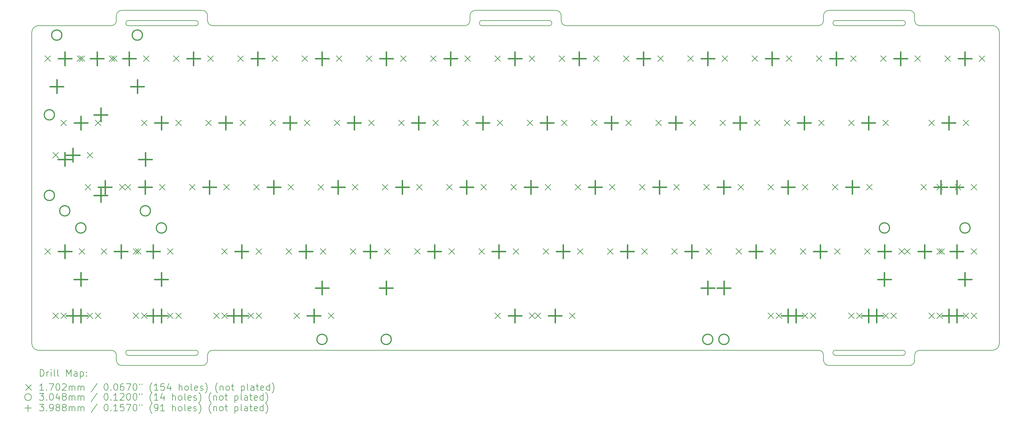
<source format=gbr>
%TF.GenerationSoftware,KiCad,Pcbnew,(6.0.9)*%
%TF.CreationDate,2023-03-21T17:12:44-04:00*%
%TF.ProjectId,nue-pcb,6e75652d-7063-4622-9e6b-696361645f70,0.1*%
%TF.SameCoordinates,Original*%
%TF.FileFunction,Drillmap*%
%TF.FilePolarity,Positive*%
%FSLAX45Y45*%
G04 Gerber Fmt 4.5, Leading zero omitted, Abs format (unit mm)*
G04 Created by KiCad (PCBNEW (6.0.9)) date 2023-03-21 17:12:44*
%MOMM*%
%LPD*%
G01*
G04 APERTURE LIST*
%ADD10C,0.200000*%
%ADD11C,0.170180*%
%ADD12C,0.304800*%
%ADD13C,0.398780*%
G04 APERTURE END LIST*
D10*
X8186250Y-15598775D02*
X10586250Y-15598775D01*
X18363750Y-5528770D02*
G75*
G03*
X18513750Y-5378775I0J150000D01*
G01*
X10386250Y-5378775D02*
X8386250Y-5378775D01*
X5528750Y-5728775D02*
X5528750Y-14948775D01*
X18663750Y-5078780D02*
G75*
G03*
X18513750Y-5228775I0J-150000D01*
G01*
X21063750Y-5078775D02*
X18663750Y-5078775D01*
X8036250Y-5228775D02*
X8036250Y-5378775D01*
X7886250Y-5528775D02*
X5728750Y-5528775D01*
X8386250Y-15298775D02*
X10386250Y-15298775D01*
X18863750Y-5378785D02*
G75*
G03*
X18863750Y-5528775I0J-74995D01*
G01*
X31341250Y-5528785D02*
G75*
G03*
X31341250Y-5378775I0J75005D01*
G01*
X10886250Y-15148775D02*
X28841250Y-15148775D01*
X31841250Y-15148780D02*
G75*
G03*
X31691250Y-15298775I0J-150000D01*
G01*
X10586250Y-5078775D02*
X8186250Y-5078775D01*
X31691250Y-5378775D02*
X31691250Y-5228775D01*
X10886250Y-15148780D02*
G75*
G03*
X10736250Y-15298775I0J-150000D01*
G01*
X28991245Y-15448775D02*
G75*
G03*
X29141250Y-15598775I150005J5D01*
G01*
X28991255Y-15298775D02*
G75*
G03*
X28841250Y-15148775I-150005J-5D01*
G01*
X5728750Y-5528775D02*
G75*
G03*
X5528750Y-5728775I0J-200000D01*
G01*
X10386250Y-5528785D02*
G75*
G03*
X10386250Y-5378775I0J75005D01*
G01*
X10736250Y-5378775D02*
X10736250Y-5228775D01*
X31341250Y-15148775D02*
X29341250Y-15148775D01*
X34198750Y-14948775D02*
X34198750Y-5728775D01*
X31691245Y-5378775D02*
G75*
G03*
X31841250Y-5528775I150005J5D01*
G01*
X10386250Y-15298785D02*
G75*
G03*
X10386250Y-15148775I0J75005D01*
G01*
X31541250Y-15598770D02*
G75*
G03*
X31691250Y-15448775I0J150000D01*
G01*
X29341250Y-15298775D02*
X31341250Y-15298775D01*
X8036255Y-15298775D02*
G75*
G03*
X7886250Y-15148775I-150005J-5D01*
G01*
X29341250Y-5378785D02*
G75*
G03*
X29341250Y-5528775I0J-74995D01*
G01*
X8386250Y-5378785D02*
G75*
G03*
X8386250Y-5528775I0J-74995D01*
G01*
X7886250Y-5528770D02*
G75*
G03*
X8036250Y-5378775I0J150000D01*
G01*
X10736245Y-5378775D02*
G75*
G03*
X10886250Y-5528775I150005J5D01*
G01*
X10586250Y-15598770D02*
G75*
G03*
X10736250Y-15448775I0J150000D01*
G01*
X29341250Y-15148785D02*
G75*
G03*
X29341250Y-15298775I0J-74995D01*
G01*
X18863750Y-5528775D02*
X20863750Y-5528775D01*
X10736250Y-15448775D02*
X10736250Y-15298775D01*
X8036250Y-15298775D02*
X8036250Y-15448775D01*
X20863750Y-5378775D02*
X18863750Y-5378775D01*
X10736255Y-5228775D02*
G75*
G03*
X10586250Y-5078775I-150005J-5D01*
G01*
X21213745Y-5378775D02*
G75*
G03*
X21363750Y-5528775I150005J5D01*
G01*
X21213755Y-5228775D02*
G75*
G03*
X21063750Y-5078775I-150005J-5D01*
G01*
X28991250Y-5228775D02*
X28991250Y-5378775D01*
X20863750Y-5528785D02*
G75*
G03*
X20863750Y-5378775I0J75005D01*
G01*
X29141250Y-5078780D02*
G75*
G03*
X28991250Y-5228775I0J-150000D01*
G01*
X18363750Y-5528775D02*
X10886250Y-5528775D01*
X8036245Y-15448775D02*
G75*
G03*
X8186250Y-15598775I150005J5D01*
G01*
X8186250Y-5078780D02*
G75*
G03*
X8036250Y-5228775I0J-150000D01*
G01*
X28841250Y-5528775D02*
X21363750Y-5528775D01*
X28841250Y-5528770D02*
G75*
G03*
X28991250Y-5378775I0J150000D01*
G01*
X33998750Y-5528775D02*
X31841250Y-5528775D01*
X29341250Y-5528775D02*
X31341250Y-5528775D01*
X5728750Y-15148775D02*
X7886250Y-15148775D01*
X33998750Y-15148780D02*
G75*
G03*
X34198750Y-14948775I0J200000D01*
G01*
X31841250Y-15148775D02*
X33998750Y-15148775D01*
X8386250Y-5528775D02*
X10386250Y-5528775D01*
X31541250Y-5078775D02*
X29141250Y-5078775D01*
X31341250Y-5378775D02*
X29341250Y-5378775D01*
X31691250Y-15448775D02*
X31691250Y-15298775D01*
X31341250Y-15298785D02*
G75*
G03*
X31341250Y-15148775I0J75005D01*
G01*
X29141250Y-15598775D02*
X31541250Y-15598775D01*
X34198745Y-5728775D02*
G75*
G03*
X33998750Y-5528775I-199995J5D01*
G01*
X8386250Y-15148785D02*
G75*
G03*
X8386250Y-15298775I0J-74995D01*
G01*
X5528755Y-14948775D02*
G75*
G03*
X5728750Y-15148775I199995J-5D01*
G01*
X10386250Y-15148775D02*
X8386250Y-15148775D01*
X28991250Y-15298775D02*
X28991250Y-15448775D01*
X31691255Y-5228775D02*
G75*
G03*
X31541250Y-5078775I-150005J-5D01*
G01*
X18513750Y-5228775D02*
X18513750Y-5378775D01*
X21213750Y-5378775D02*
X21213750Y-5228775D01*
D11*
X5915660Y-6423660D02*
X6085840Y-6593840D01*
X6085840Y-6423660D02*
X5915660Y-6593840D01*
X5915660Y-12138660D02*
X6085840Y-12308840D01*
X6085840Y-12138660D02*
X5915660Y-12308840D01*
X6153785Y-9281160D02*
X6323965Y-9451340D01*
X6323965Y-9281160D02*
X6153785Y-9451340D01*
X6153785Y-14043660D02*
X6323965Y-14213840D01*
X6323965Y-14043660D02*
X6153785Y-14213840D01*
X6391910Y-8328660D02*
X6562090Y-8498840D01*
X6562090Y-8328660D02*
X6391910Y-8498840D01*
X6391910Y-14043660D02*
X6562090Y-14213840D01*
X6562090Y-14043660D02*
X6391910Y-14213840D01*
X6868160Y-6423660D02*
X7038340Y-6593840D01*
X7038340Y-6423660D02*
X6868160Y-6593840D01*
X6931660Y-6423660D02*
X7101840Y-6593840D01*
X7101840Y-6423660D02*
X6931660Y-6593840D01*
X6931660Y-12138660D02*
X7101840Y-12308840D01*
X7101840Y-12138660D02*
X6931660Y-12308840D01*
X7106285Y-10233660D02*
X7276465Y-10403840D01*
X7276465Y-10233660D02*
X7106285Y-10403840D01*
X7169785Y-9281160D02*
X7339965Y-9451340D01*
X7339965Y-9281160D02*
X7169785Y-9451340D01*
X7169785Y-14043660D02*
X7339965Y-14213840D01*
X7339965Y-14043660D02*
X7169785Y-14213840D01*
X7407910Y-8328660D02*
X7578090Y-8498840D01*
X7578090Y-8328660D02*
X7407910Y-8498840D01*
X7407910Y-14043660D02*
X7578090Y-14213840D01*
X7578090Y-14043660D02*
X7407910Y-14213840D01*
X7582535Y-12138660D02*
X7752715Y-12308840D01*
X7752715Y-12138660D02*
X7582535Y-12308840D01*
X7820660Y-6423660D02*
X7990840Y-6593840D01*
X7990840Y-6423660D02*
X7820660Y-6593840D01*
X7884160Y-6423660D02*
X8054340Y-6593840D01*
X8054340Y-6423660D02*
X7884160Y-6593840D01*
X8122285Y-10233660D02*
X8292465Y-10403840D01*
X8292465Y-10233660D02*
X8122285Y-10403840D01*
X8296910Y-10233660D02*
X8467090Y-10403840D01*
X8467090Y-10233660D02*
X8296910Y-10403840D01*
X8535035Y-12138660D02*
X8705215Y-12308840D01*
X8705215Y-12138660D02*
X8535035Y-12308840D01*
X8535035Y-14043660D02*
X8705215Y-14213840D01*
X8705215Y-14043660D02*
X8535035Y-14213840D01*
X8598535Y-12138660D02*
X8768715Y-12308840D01*
X8768715Y-12138660D02*
X8598535Y-12308840D01*
X8773160Y-8328660D02*
X8943340Y-8498840D01*
X8943340Y-8328660D02*
X8773160Y-8498840D01*
X8773160Y-14043660D02*
X8943340Y-14213840D01*
X8943340Y-14043660D02*
X8773160Y-14213840D01*
X8836660Y-6423660D02*
X9006840Y-6593840D01*
X9006840Y-6423660D02*
X8836660Y-6593840D01*
X9312910Y-10233660D02*
X9483090Y-10403840D01*
X9483090Y-10233660D02*
X9312910Y-10403840D01*
X9551035Y-12138660D02*
X9721215Y-12308840D01*
X9721215Y-12138660D02*
X9551035Y-12308840D01*
X9551035Y-14043660D02*
X9721215Y-14213840D01*
X9721215Y-14043660D02*
X9551035Y-14213840D01*
X9725660Y-6423660D02*
X9895840Y-6593840D01*
X9895840Y-6423660D02*
X9725660Y-6593840D01*
X9789160Y-8328660D02*
X9959340Y-8498840D01*
X9959340Y-8328660D02*
X9789160Y-8498840D01*
X9789160Y-14043660D02*
X9959340Y-14213840D01*
X9959340Y-14043660D02*
X9789160Y-14213840D01*
X10201910Y-10233660D02*
X10372090Y-10403840D01*
X10372090Y-10233660D02*
X10201910Y-10403840D01*
X10678160Y-8328660D02*
X10848340Y-8498840D01*
X10848340Y-8328660D02*
X10678160Y-8498840D01*
X10741660Y-6423660D02*
X10911840Y-6593840D01*
X10911840Y-6423660D02*
X10741660Y-6593840D01*
X10916285Y-14043660D02*
X11086465Y-14213840D01*
X11086465Y-14043660D02*
X10916285Y-14213840D01*
X11154410Y-12138660D02*
X11324590Y-12308840D01*
X11324590Y-12138660D02*
X11154410Y-12308840D01*
X11154410Y-14043660D02*
X11324590Y-14213840D01*
X11324590Y-14043660D02*
X11154410Y-14213840D01*
X11217910Y-10233660D02*
X11388090Y-10403840D01*
X11388090Y-10233660D02*
X11217910Y-10403840D01*
X11630660Y-6423660D02*
X11800840Y-6593840D01*
X11800840Y-6423660D02*
X11630660Y-6593840D01*
X11694160Y-8328660D02*
X11864340Y-8498840D01*
X11864340Y-8328660D02*
X11694160Y-8498840D01*
X11932285Y-14043660D02*
X12102465Y-14213840D01*
X12102465Y-14043660D02*
X11932285Y-14213840D01*
X12106910Y-10233660D02*
X12277090Y-10403840D01*
X12277090Y-10233660D02*
X12106910Y-10403840D01*
X12170410Y-12138660D02*
X12340590Y-12308840D01*
X12340590Y-12138660D02*
X12170410Y-12308840D01*
X12170410Y-14043660D02*
X12340590Y-14213840D01*
X12340590Y-14043660D02*
X12170410Y-14213840D01*
X12583160Y-8328660D02*
X12753340Y-8498840D01*
X12753340Y-8328660D02*
X12583160Y-8498840D01*
X12646660Y-6423660D02*
X12816840Y-6593840D01*
X12816840Y-6423660D02*
X12646660Y-6593840D01*
X13059410Y-12138660D02*
X13229590Y-12308840D01*
X13229590Y-12138660D02*
X13059410Y-12308840D01*
X13122910Y-10233660D02*
X13293090Y-10403840D01*
X13293090Y-10233660D02*
X13122910Y-10403840D01*
X13297535Y-14043660D02*
X13467715Y-14213840D01*
X13467715Y-14043660D02*
X13297535Y-14213840D01*
X13535660Y-6423660D02*
X13705840Y-6593840D01*
X13705840Y-6423660D02*
X13535660Y-6593840D01*
X13599160Y-8328660D02*
X13769340Y-8498840D01*
X13769340Y-8328660D02*
X13599160Y-8498840D01*
X14011910Y-10233660D02*
X14182090Y-10403840D01*
X14182090Y-10233660D02*
X14011910Y-10403840D01*
X14075410Y-12138660D02*
X14245590Y-12308840D01*
X14245590Y-12138660D02*
X14075410Y-12308840D01*
X14313535Y-14043660D02*
X14483715Y-14213840D01*
X14483715Y-14043660D02*
X14313535Y-14213840D01*
X14488160Y-8328660D02*
X14658340Y-8498840D01*
X14658340Y-8328660D02*
X14488160Y-8498840D01*
X14551660Y-6423660D02*
X14721840Y-6593840D01*
X14721840Y-6423660D02*
X14551660Y-6593840D01*
X14964410Y-12138660D02*
X15134590Y-12308840D01*
X15134590Y-12138660D02*
X14964410Y-12308840D01*
X15027910Y-10233660D02*
X15198090Y-10403840D01*
X15198090Y-10233660D02*
X15027910Y-10403840D01*
X15440660Y-6423660D02*
X15610840Y-6593840D01*
X15610840Y-6423660D02*
X15440660Y-6593840D01*
X15504160Y-8328660D02*
X15674340Y-8498840D01*
X15674340Y-8328660D02*
X15504160Y-8498840D01*
X15916910Y-10233660D02*
X16087090Y-10403840D01*
X16087090Y-10233660D02*
X15916910Y-10403840D01*
X15980410Y-12138660D02*
X16150590Y-12308840D01*
X16150590Y-12138660D02*
X15980410Y-12308840D01*
X16393160Y-8328660D02*
X16563340Y-8498840D01*
X16563340Y-8328660D02*
X16393160Y-8498840D01*
X16456660Y-6423660D02*
X16626840Y-6593840D01*
X16626840Y-6423660D02*
X16456660Y-6593840D01*
X16869410Y-12138660D02*
X17039590Y-12308840D01*
X17039590Y-12138660D02*
X16869410Y-12308840D01*
X16932910Y-10233660D02*
X17103090Y-10403840D01*
X17103090Y-10233660D02*
X16932910Y-10403840D01*
X17345660Y-6423660D02*
X17515840Y-6593840D01*
X17515840Y-6423660D02*
X17345660Y-6593840D01*
X17409160Y-8328660D02*
X17579340Y-8498840D01*
X17579340Y-8328660D02*
X17409160Y-8498840D01*
X17821910Y-10233660D02*
X17992090Y-10403840D01*
X17992090Y-10233660D02*
X17821910Y-10403840D01*
X17885410Y-12138660D02*
X18055590Y-12308840D01*
X18055590Y-12138660D02*
X17885410Y-12308840D01*
X18298160Y-8328660D02*
X18468340Y-8498840D01*
X18468340Y-8328660D02*
X18298160Y-8498840D01*
X18361660Y-6423660D02*
X18531840Y-6593840D01*
X18531840Y-6423660D02*
X18361660Y-6593840D01*
X18774410Y-12138660D02*
X18944590Y-12308840D01*
X18944590Y-12138660D02*
X18774410Y-12308840D01*
X18837910Y-10233660D02*
X19008090Y-10403840D01*
X19008090Y-10233660D02*
X18837910Y-10403840D01*
X19250660Y-6423660D02*
X19420840Y-6593840D01*
X19420840Y-6423660D02*
X19250660Y-6593840D01*
X19250660Y-14043660D02*
X19420840Y-14213840D01*
X19420840Y-14043660D02*
X19250660Y-14213840D01*
X19314160Y-8328660D02*
X19484340Y-8498840D01*
X19484340Y-8328660D02*
X19314160Y-8498840D01*
X19726910Y-10233660D02*
X19897090Y-10403840D01*
X19897090Y-10233660D02*
X19726910Y-10403840D01*
X19790410Y-12138660D02*
X19960590Y-12308840D01*
X19960590Y-12138660D02*
X19790410Y-12308840D01*
X20203160Y-8328660D02*
X20373340Y-8498840D01*
X20373340Y-8328660D02*
X20203160Y-8498840D01*
X20266660Y-6423660D02*
X20436840Y-6593840D01*
X20436840Y-6423660D02*
X20266660Y-6593840D01*
X20266660Y-14043660D02*
X20436840Y-14213840D01*
X20436840Y-14043660D02*
X20266660Y-14213840D01*
X20441285Y-14043660D02*
X20611465Y-14213840D01*
X20611465Y-14043660D02*
X20441285Y-14213840D01*
X20679410Y-12138660D02*
X20849590Y-12308840D01*
X20849590Y-12138660D02*
X20679410Y-12308840D01*
X20742910Y-10233660D02*
X20913090Y-10403840D01*
X20913090Y-10233660D02*
X20742910Y-10403840D01*
X21155660Y-6423660D02*
X21325840Y-6593840D01*
X21325840Y-6423660D02*
X21155660Y-6593840D01*
X21219160Y-8328660D02*
X21389340Y-8498840D01*
X21389340Y-8328660D02*
X21219160Y-8498840D01*
X21457285Y-14043660D02*
X21627465Y-14213840D01*
X21627465Y-14043660D02*
X21457285Y-14213840D01*
X21631910Y-10233660D02*
X21802090Y-10403840D01*
X21802090Y-10233660D02*
X21631910Y-10403840D01*
X21695410Y-12138660D02*
X21865590Y-12308840D01*
X21865590Y-12138660D02*
X21695410Y-12308840D01*
X22108160Y-8328660D02*
X22278340Y-8498840D01*
X22278340Y-8328660D02*
X22108160Y-8498840D01*
X22171660Y-6423660D02*
X22341840Y-6593840D01*
X22341840Y-6423660D02*
X22171660Y-6593840D01*
X22584410Y-12138660D02*
X22754590Y-12308840D01*
X22754590Y-12138660D02*
X22584410Y-12308840D01*
X22647910Y-10233660D02*
X22818090Y-10403840D01*
X22818090Y-10233660D02*
X22647910Y-10403840D01*
X23060660Y-6423660D02*
X23230840Y-6593840D01*
X23230840Y-6423660D02*
X23060660Y-6593840D01*
X23124160Y-8328660D02*
X23294340Y-8498840D01*
X23294340Y-8328660D02*
X23124160Y-8498840D01*
X23536910Y-10233660D02*
X23707090Y-10403840D01*
X23707090Y-10233660D02*
X23536910Y-10403840D01*
X23600410Y-12138660D02*
X23770590Y-12308840D01*
X23770590Y-12138660D02*
X23600410Y-12308840D01*
X24013160Y-8328660D02*
X24183340Y-8498840D01*
X24183340Y-8328660D02*
X24013160Y-8498840D01*
X24076660Y-6423660D02*
X24246840Y-6593840D01*
X24246840Y-6423660D02*
X24076660Y-6593840D01*
X24489410Y-12138660D02*
X24659590Y-12308840D01*
X24659590Y-12138660D02*
X24489410Y-12308840D01*
X24552910Y-10233660D02*
X24723090Y-10403840D01*
X24723090Y-10233660D02*
X24552910Y-10403840D01*
X24965660Y-6423660D02*
X25135840Y-6593840D01*
X25135840Y-6423660D02*
X24965660Y-6593840D01*
X25029160Y-8328660D02*
X25199340Y-8498840D01*
X25199340Y-8328660D02*
X25029160Y-8498840D01*
X25441910Y-10233660D02*
X25612090Y-10403840D01*
X25612090Y-10233660D02*
X25441910Y-10403840D01*
X25505410Y-12138660D02*
X25675590Y-12308840D01*
X25675590Y-12138660D02*
X25505410Y-12308840D01*
X25918160Y-8328660D02*
X26088340Y-8498840D01*
X26088340Y-8328660D02*
X25918160Y-8498840D01*
X25981660Y-6423660D02*
X26151840Y-6593840D01*
X26151840Y-6423660D02*
X25981660Y-6593840D01*
X26394410Y-12138660D02*
X26564590Y-12308840D01*
X26564590Y-12138660D02*
X26394410Y-12308840D01*
X26457910Y-10233660D02*
X26628090Y-10403840D01*
X26628090Y-10233660D02*
X26457910Y-10403840D01*
X26870660Y-6423660D02*
X27040840Y-6593840D01*
X27040840Y-6423660D02*
X26870660Y-6593840D01*
X26934160Y-8328660D02*
X27104340Y-8498840D01*
X27104340Y-8328660D02*
X26934160Y-8498840D01*
X27346910Y-10233660D02*
X27517090Y-10403840D01*
X27517090Y-10233660D02*
X27346910Y-10403840D01*
X27346910Y-14043660D02*
X27517090Y-14213840D01*
X27517090Y-14043660D02*
X27346910Y-14213840D01*
X27410410Y-12138660D02*
X27580590Y-12308840D01*
X27580590Y-12138660D02*
X27410410Y-12308840D01*
X27585035Y-14043660D02*
X27755215Y-14213840D01*
X27755215Y-14043660D02*
X27585035Y-14213840D01*
X27823160Y-8328660D02*
X27993340Y-8498840D01*
X27993340Y-8328660D02*
X27823160Y-8498840D01*
X27886660Y-6423660D02*
X28056840Y-6593840D01*
X28056840Y-6423660D02*
X27886660Y-6593840D01*
X28299410Y-12138660D02*
X28469590Y-12308840D01*
X28469590Y-12138660D02*
X28299410Y-12308840D01*
X28362910Y-10233660D02*
X28533090Y-10403840D01*
X28533090Y-10233660D02*
X28362910Y-10403840D01*
X28362910Y-14043660D02*
X28533090Y-14213840D01*
X28533090Y-14043660D02*
X28362910Y-14213840D01*
X28601035Y-14043660D02*
X28771215Y-14213840D01*
X28771215Y-14043660D02*
X28601035Y-14213840D01*
X28775660Y-6423660D02*
X28945840Y-6593840D01*
X28945840Y-6423660D02*
X28775660Y-6593840D01*
X28839160Y-8328660D02*
X29009340Y-8498840D01*
X29009340Y-8328660D02*
X28839160Y-8498840D01*
X29251910Y-10233660D02*
X29422090Y-10403840D01*
X29422090Y-10233660D02*
X29251910Y-10403840D01*
X29315410Y-12138660D02*
X29485590Y-12308840D01*
X29485590Y-12138660D02*
X29315410Y-12308840D01*
X29728160Y-8328660D02*
X29898340Y-8498840D01*
X29898340Y-8328660D02*
X29728160Y-8498840D01*
X29728160Y-14043660D02*
X29898340Y-14213840D01*
X29898340Y-14043660D02*
X29728160Y-14213840D01*
X29791660Y-6423660D02*
X29961840Y-6593840D01*
X29961840Y-6423660D02*
X29791660Y-6593840D01*
X29966285Y-14043660D02*
X30136465Y-14213840D01*
X30136465Y-14043660D02*
X29966285Y-14213840D01*
X30204410Y-12138660D02*
X30374590Y-12308840D01*
X30374590Y-12138660D02*
X30204410Y-12308840D01*
X30267910Y-10233660D02*
X30438090Y-10403840D01*
X30438090Y-10233660D02*
X30267910Y-10403840D01*
X30680660Y-6423660D02*
X30850840Y-6593840D01*
X30850840Y-6423660D02*
X30680660Y-6593840D01*
X30744160Y-8328660D02*
X30914340Y-8498840D01*
X30914340Y-8328660D02*
X30744160Y-8498840D01*
X30744160Y-14043660D02*
X30914340Y-14213840D01*
X30914340Y-14043660D02*
X30744160Y-14213840D01*
X30982285Y-14043660D02*
X31152465Y-14213840D01*
X31152465Y-14043660D02*
X30982285Y-14213840D01*
X31220410Y-12138660D02*
X31390590Y-12308840D01*
X31390590Y-12138660D02*
X31220410Y-12308840D01*
X31395035Y-12138660D02*
X31565215Y-12308840D01*
X31565215Y-12138660D02*
X31395035Y-12308840D01*
X31696660Y-6423660D02*
X31866840Y-6593840D01*
X31866840Y-6423660D02*
X31696660Y-6593840D01*
X31871285Y-10233660D02*
X32041465Y-10403840D01*
X32041465Y-10233660D02*
X31871285Y-10403840D01*
X32109410Y-8328660D02*
X32279590Y-8498840D01*
X32279590Y-8328660D02*
X32109410Y-8498840D01*
X32109410Y-14043660D02*
X32279590Y-14213840D01*
X32279590Y-14043660D02*
X32109410Y-14213840D01*
X32347535Y-10233660D02*
X32517715Y-10403840D01*
X32517715Y-10233660D02*
X32347535Y-10403840D01*
X32347535Y-12138660D02*
X32517715Y-12308840D01*
X32517715Y-12138660D02*
X32347535Y-12308840D01*
X32347535Y-14043660D02*
X32517715Y-14213840D01*
X32517715Y-14043660D02*
X32347535Y-14213840D01*
X32411035Y-12138660D02*
X32581215Y-12308840D01*
X32581215Y-12138660D02*
X32411035Y-12308840D01*
X32585660Y-6423660D02*
X32755840Y-6593840D01*
X32755840Y-6423660D02*
X32585660Y-6593840D01*
X32887285Y-10233660D02*
X33057465Y-10403840D01*
X33057465Y-10233660D02*
X32887285Y-10403840D01*
X33125410Y-8328660D02*
X33295590Y-8498840D01*
X33295590Y-8328660D02*
X33125410Y-8498840D01*
X33125410Y-14043660D02*
X33295590Y-14213840D01*
X33295590Y-14043660D02*
X33125410Y-14213840D01*
X33363535Y-10233660D02*
X33533715Y-10403840D01*
X33533715Y-10233660D02*
X33363535Y-10403840D01*
X33363535Y-12138660D02*
X33533715Y-12308840D01*
X33533715Y-12138660D02*
X33363535Y-12308840D01*
X33363535Y-14043660D02*
X33533715Y-14213840D01*
X33533715Y-14043660D02*
X33363535Y-14213840D01*
X33601660Y-6423660D02*
X33771840Y-6593840D01*
X33771840Y-6423660D02*
X33601660Y-6593840D01*
D12*
X6200775Y-8172450D02*
G75*
G03*
X6200775Y-8172450I-152400J0D01*
G01*
X6200775Y-10560050D02*
G75*
G03*
X6200775Y-10560050I-152400J0D01*
G01*
X6419850Y-5810250D02*
G75*
G03*
X6419850Y-5810250I-152400J0D01*
G01*
X6657975Y-11017250D02*
G75*
G03*
X6657975Y-11017250I-152400J0D01*
G01*
X7134225Y-11525250D02*
G75*
G03*
X7134225Y-11525250I-152400J0D01*
G01*
X8807450Y-5810250D02*
G75*
G03*
X8807450Y-5810250I-152400J0D01*
G01*
X9045575Y-11017250D02*
G75*
G03*
X9045575Y-11017250I-152400J0D01*
G01*
X9521825Y-11525250D02*
G75*
G03*
X9521825Y-11525250I-152400J0D01*
G01*
X14281150Y-14827250D02*
G75*
G03*
X14281150Y-14827250I-152400J0D01*
G01*
X16182975Y-14827250D02*
G75*
G03*
X16182975Y-14827250I-152400J0D01*
G01*
X25711150Y-14827250D02*
G75*
G03*
X25711150Y-14827250I-152400J0D01*
G01*
X26190575Y-14827250D02*
G75*
G03*
X26190575Y-14827250I-152400J0D01*
G01*
X30946725Y-11525250D02*
G75*
G03*
X30946725Y-11525250I-152400J0D01*
G01*
X33334325Y-11525250D02*
G75*
G03*
X33334325Y-11525250I-152400J0D01*
G01*
D13*
X6267450Y-7134860D02*
X6267450Y-7533640D01*
X6068060Y-7334250D02*
X6466840Y-7334250D01*
X6505575Y-9293860D02*
X6505575Y-9692640D01*
X6306185Y-9493250D02*
X6704965Y-9493250D01*
X6508750Y-6309360D02*
X6508750Y-6708140D01*
X6309360Y-6508750D02*
X6708140Y-6508750D01*
X6508750Y-12024360D02*
X6508750Y-12423140D01*
X6309360Y-12223750D02*
X6708140Y-12223750D01*
X6746875Y-9166860D02*
X6746875Y-9565640D01*
X6547485Y-9366250D02*
X6946265Y-9366250D01*
X6746875Y-13929360D02*
X6746875Y-14328140D01*
X6547485Y-14128750D02*
X6946265Y-14128750D01*
X6981825Y-12849860D02*
X6981825Y-13248640D01*
X6782435Y-13049250D02*
X7181215Y-13049250D01*
X6985000Y-8214360D02*
X6985000Y-8613140D01*
X6785610Y-8413750D02*
X7184390Y-8413750D01*
X6985000Y-13929360D02*
X6985000Y-14328140D01*
X6785610Y-14128750D02*
X7184390Y-14128750D01*
X7461250Y-6309360D02*
X7461250Y-6708140D01*
X7261860Y-6508750D02*
X7660640Y-6508750D01*
X7572375Y-7973060D02*
X7572375Y-8371840D01*
X7372985Y-8172450D02*
X7771765Y-8172450D01*
X7572375Y-10360660D02*
X7572375Y-10759440D01*
X7372985Y-10560050D02*
X7771765Y-10560050D01*
X7699375Y-10119360D02*
X7699375Y-10518140D01*
X7499985Y-10318750D02*
X7898765Y-10318750D01*
X8175625Y-12024360D02*
X8175625Y-12423140D01*
X7976235Y-12223750D02*
X8375015Y-12223750D01*
X8413750Y-6309360D02*
X8413750Y-6708140D01*
X8214360Y-6508750D02*
X8613140Y-6508750D01*
X8655050Y-7134860D02*
X8655050Y-7533640D01*
X8455660Y-7334250D02*
X8854440Y-7334250D01*
X8890000Y-10119360D02*
X8890000Y-10518140D01*
X8690610Y-10318750D02*
X9089390Y-10318750D01*
X8893175Y-9293860D02*
X8893175Y-9692640D01*
X8693785Y-9493250D02*
X9092565Y-9493250D01*
X9128125Y-12024360D02*
X9128125Y-12423140D01*
X8928735Y-12223750D02*
X9327515Y-12223750D01*
X9128125Y-13929360D02*
X9128125Y-14328140D01*
X8928735Y-14128750D02*
X9327515Y-14128750D01*
X9366250Y-8214360D02*
X9366250Y-8613140D01*
X9166860Y-8413750D02*
X9565640Y-8413750D01*
X9366250Y-13929360D02*
X9366250Y-14328140D01*
X9166860Y-14128750D02*
X9565640Y-14128750D01*
X9369425Y-12849860D02*
X9369425Y-13248640D01*
X9170035Y-13049250D02*
X9568815Y-13049250D01*
X10318750Y-6309360D02*
X10318750Y-6708140D01*
X10119360Y-6508750D02*
X10518140Y-6508750D01*
X10795000Y-10119360D02*
X10795000Y-10518140D01*
X10595610Y-10318750D02*
X10994390Y-10318750D01*
X11271250Y-8214360D02*
X11271250Y-8613140D01*
X11071860Y-8413750D02*
X11470640Y-8413750D01*
X11509375Y-13929360D02*
X11509375Y-14328140D01*
X11309985Y-14128750D02*
X11708765Y-14128750D01*
X11747500Y-12024360D02*
X11747500Y-12423140D01*
X11548110Y-12223750D02*
X11946890Y-12223750D01*
X11747500Y-13929360D02*
X11747500Y-14328140D01*
X11548110Y-14128750D02*
X11946890Y-14128750D01*
X12223750Y-6309360D02*
X12223750Y-6708140D01*
X12024360Y-6508750D02*
X12423140Y-6508750D01*
X12700000Y-10119360D02*
X12700000Y-10518140D01*
X12500610Y-10318750D02*
X12899390Y-10318750D01*
X13176250Y-8214360D02*
X13176250Y-8613140D01*
X12976860Y-8413750D02*
X13375640Y-8413750D01*
X13652500Y-12024360D02*
X13652500Y-12423140D01*
X13453110Y-12223750D02*
X13851890Y-12223750D01*
X13890625Y-13929360D02*
X13890625Y-14328140D01*
X13691235Y-14128750D02*
X14090015Y-14128750D01*
X14128750Y-6309360D02*
X14128750Y-6708140D01*
X13929360Y-6508750D02*
X14328140Y-6508750D01*
X14128750Y-13103860D02*
X14128750Y-13502640D01*
X13929360Y-13303250D02*
X14328140Y-13303250D01*
X14605000Y-10119360D02*
X14605000Y-10518140D01*
X14405610Y-10318750D02*
X14804390Y-10318750D01*
X15081250Y-8214360D02*
X15081250Y-8613140D01*
X14881860Y-8413750D02*
X15280640Y-8413750D01*
X15557500Y-12024360D02*
X15557500Y-12423140D01*
X15358110Y-12223750D02*
X15756890Y-12223750D01*
X16030575Y-13103860D02*
X16030575Y-13502640D01*
X15831185Y-13303250D02*
X16229965Y-13303250D01*
X16033750Y-6309360D02*
X16033750Y-6708140D01*
X15834360Y-6508750D02*
X16233140Y-6508750D01*
X16510000Y-10119360D02*
X16510000Y-10518140D01*
X16310610Y-10318750D02*
X16709390Y-10318750D01*
X16986250Y-8214360D02*
X16986250Y-8613140D01*
X16786860Y-8413750D02*
X17185640Y-8413750D01*
X17462500Y-12024360D02*
X17462500Y-12423140D01*
X17263110Y-12223750D02*
X17661890Y-12223750D01*
X17938750Y-6309360D02*
X17938750Y-6708140D01*
X17739360Y-6508750D02*
X18138140Y-6508750D01*
X18415000Y-10119360D02*
X18415000Y-10518140D01*
X18215610Y-10318750D02*
X18614390Y-10318750D01*
X18891250Y-8214360D02*
X18891250Y-8613140D01*
X18691860Y-8413750D02*
X19090640Y-8413750D01*
X19367500Y-12024360D02*
X19367500Y-12423140D01*
X19168110Y-12223750D02*
X19566890Y-12223750D01*
X19843750Y-6309360D02*
X19843750Y-6708140D01*
X19644360Y-6508750D02*
X20043140Y-6508750D01*
X19843750Y-13929360D02*
X19843750Y-14328140D01*
X19644360Y-14128750D02*
X20043140Y-14128750D01*
X20320000Y-10119360D02*
X20320000Y-10518140D01*
X20120610Y-10318750D02*
X20519390Y-10318750D01*
X20796250Y-8214360D02*
X20796250Y-8613140D01*
X20596860Y-8413750D02*
X20995640Y-8413750D01*
X21034375Y-13929360D02*
X21034375Y-14328140D01*
X20834985Y-14128750D02*
X21233765Y-14128750D01*
X21272500Y-12024360D02*
X21272500Y-12423140D01*
X21073110Y-12223750D02*
X21471890Y-12223750D01*
X21748750Y-6309360D02*
X21748750Y-6708140D01*
X21549360Y-6508750D02*
X21948140Y-6508750D01*
X22225000Y-10119360D02*
X22225000Y-10518140D01*
X22025610Y-10318750D02*
X22424390Y-10318750D01*
X22701250Y-8214360D02*
X22701250Y-8613140D01*
X22501860Y-8413750D02*
X22900640Y-8413750D01*
X23177500Y-12024360D02*
X23177500Y-12423140D01*
X22978110Y-12223750D02*
X23376890Y-12223750D01*
X23653750Y-6309360D02*
X23653750Y-6708140D01*
X23454360Y-6508750D02*
X23853140Y-6508750D01*
X24130000Y-10119360D02*
X24130000Y-10518140D01*
X23930610Y-10318750D02*
X24329390Y-10318750D01*
X24606250Y-8214360D02*
X24606250Y-8613140D01*
X24406860Y-8413750D02*
X24805640Y-8413750D01*
X25082500Y-12024360D02*
X25082500Y-12423140D01*
X24883110Y-12223750D02*
X25281890Y-12223750D01*
X25558750Y-6309360D02*
X25558750Y-6708140D01*
X25359360Y-6508750D02*
X25758140Y-6508750D01*
X25558750Y-13103860D02*
X25558750Y-13502640D01*
X25359360Y-13303250D02*
X25758140Y-13303250D01*
X26035000Y-10119360D02*
X26035000Y-10518140D01*
X25835610Y-10318750D02*
X26234390Y-10318750D01*
X26038175Y-13103860D02*
X26038175Y-13502640D01*
X25838785Y-13303250D02*
X26237565Y-13303250D01*
X26511250Y-8214360D02*
X26511250Y-8613140D01*
X26311860Y-8413750D02*
X26710640Y-8413750D01*
X26987500Y-12024360D02*
X26987500Y-12423140D01*
X26788110Y-12223750D02*
X27186890Y-12223750D01*
X27463750Y-6309360D02*
X27463750Y-6708140D01*
X27264360Y-6508750D02*
X27663140Y-6508750D01*
X27940000Y-10119360D02*
X27940000Y-10518140D01*
X27740610Y-10318750D02*
X28139390Y-10318750D01*
X27940000Y-13929360D02*
X27940000Y-14328140D01*
X27740610Y-14128750D02*
X28139390Y-14128750D01*
X28178125Y-13929360D02*
X28178125Y-14328140D01*
X27978735Y-14128750D02*
X28377515Y-14128750D01*
X28416250Y-8214360D02*
X28416250Y-8613140D01*
X28216860Y-8413750D02*
X28615640Y-8413750D01*
X28892500Y-12024360D02*
X28892500Y-12423140D01*
X28693110Y-12223750D02*
X29091890Y-12223750D01*
X29368750Y-6309360D02*
X29368750Y-6708140D01*
X29169360Y-6508750D02*
X29568140Y-6508750D01*
X29845000Y-10119360D02*
X29845000Y-10518140D01*
X29645610Y-10318750D02*
X30044390Y-10318750D01*
X30321250Y-8214360D02*
X30321250Y-8613140D01*
X30121860Y-8413750D02*
X30520640Y-8413750D01*
X30321250Y-13929360D02*
X30321250Y-14328140D01*
X30121860Y-14128750D02*
X30520640Y-14128750D01*
X30559375Y-13929360D02*
X30559375Y-14328140D01*
X30359985Y-14128750D02*
X30758765Y-14128750D01*
X30794325Y-12849860D02*
X30794325Y-13248640D01*
X30594935Y-13049250D02*
X30993715Y-13049250D01*
X30797500Y-12024360D02*
X30797500Y-12423140D01*
X30598110Y-12223750D02*
X30996890Y-12223750D01*
X31273750Y-6309360D02*
X31273750Y-6708140D01*
X31074360Y-6508750D02*
X31473140Y-6508750D01*
X31988125Y-12024360D02*
X31988125Y-12423140D01*
X31788735Y-12223750D02*
X32187515Y-12223750D01*
X32464375Y-10119360D02*
X32464375Y-10518140D01*
X32264985Y-10318750D02*
X32663765Y-10318750D01*
X32702500Y-8214360D02*
X32702500Y-8613140D01*
X32503110Y-8413750D02*
X32901890Y-8413750D01*
X32702500Y-13929360D02*
X32702500Y-14328140D01*
X32503110Y-14128750D02*
X32901890Y-14128750D01*
X32940625Y-10119360D02*
X32940625Y-10518140D01*
X32741235Y-10318750D02*
X33140015Y-10318750D01*
X32940625Y-12024360D02*
X32940625Y-12423140D01*
X32741235Y-12223750D02*
X33140015Y-12223750D01*
X32940625Y-13929360D02*
X32940625Y-14328140D01*
X32741235Y-14128750D02*
X33140015Y-14128750D01*
X33178750Y-6309360D02*
X33178750Y-6708140D01*
X32979360Y-6508750D02*
X33378140Y-6508750D01*
X33181925Y-12849860D02*
X33181925Y-13248640D01*
X32982535Y-13049250D02*
X33381315Y-13049250D01*
D10*
X5776369Y-15919251D02*
X5776369Y-15719251D01*
X5823988Y-15719251D01*
X5852559Y-15728775D01*
X5871607Y-15747823D01*
X5881131Y-15766870D01*
X5890655Y-15804965D01*
X5890655Y-15833537D01*
X5881131Y-15871632D01*
X5871607Y-15890680D01*
X5852559Y-15909727D01*
X5823988Y-15919251D01*
X5776369Y-15919251D01*
X5976369Y-15919251D02*
X5976369Y-15785918D01*
X5976369Y-15824013D02*
X5985893Y-15804965D01*
X5995417Y-15795442D01*
X6014464Y-15785918D01*
X6033512Y-15785918D01*
X6100178Y-15919251D02*
X6100178Y-15785918D01*
X6100178Y-15719251D02*
X6090655Y-15728775D01*
X6100178Y-15738299D01*
X6109702Y-15728775D01*
X6100178Y-15719251D01*
X6100178Y-15738299D01*
X6223988Y-15919251D02*
X6204940Y-15909727D01*
X6195417Y-15890680D01*
X6195417Y-15719251D01*
X6328750Y-15919251D02*
X6309702Y-15909727D01*
X6300178Y-15890680D01*
X6300178Y-15719251D01*
X6557321Y-15919251D02*
X6557321Y-15719251D01*
X6623988Y-15862108D01*
X6690655Y-15719251D01*
X6690655Y-15919251D01*
X6871607Y-15919251D02*
X6871607Y-15814489D01*
X6862083Y-15795442D01*
X6843036Y-15785918D01*
X6804940Y-15785918D01*
X6785893Y-15795442D01*
X6871607Y-15909727D02*
X6852559Y-15919251D01*
X6804940Y-15919251D01*
X6785893Y-15909727D01*
X6776369Y-15890680D01*
X6776369Y-15871632D01*
X6785893Y-15852584D01*
X6804940Y-15843061D01*
X6852559Y-15843061D01*
X6871607Y-15833537D01*
X6966845Y-15785918D02*
X6966845Y-15985918D01*
X6966845Y-15795442D02*
X6985893Y-15785918D01*
X7023988Y-15785918D01*
X7043036Y-15795442D01*
X7052559Y-15804965D01*
X7062083Y-15824013D01*
X7062083Y-15881156D01*
X7052559Y-15900203D01*
X7043036Y-15909727D01*
X7023988Y-15919251D01*
X6985893Y-15919251D01*
X6966845Y-15909727D01*
X7147798Y-15900203D02*
X7157321Y-15909727D01*
X7147798Y-15919251D01*
X7138274Y-15909727D01*
X7147798Y-15900203D01*
X7147798Y-15919251D01*
X7147798Y-15795442D02*
X7157321Y-15804965D01*
X7147798Y-15814489D01*
X7138274Y-15804965D01*
X7147798Y-15795442D01*
X7147798Y-15814489D01*
D11*
X5348570Y-16163685D02*
X5518750Y-16333865D01*
X5518750Y-16163685D02*
X5348570Y-16333865D01*
D10*
X5881131Y-16339251D02*
X5766845Y-16339251D01*
X5823988Y-16339251D02*
X5823988Y-16139251D01*
X5804940Y-16167823D01*
X5785893Y-16186870D01*
X5766845Y-16196394D01*
X5966845Y-16320203D02*
X5976369Y-16329727D01*
X5966845Y-16339251D01*
X5957321Y-16329727D01*
X5966845Y-16320203D01*
X5966845Y-16339251D01*
X6043036Y-16139251D02*
X6176369Y-16139251D01*
X6090655Y-16339251D01*
X6290655Y-16139251D02*
X6309702Y-16139251D01*
X6328750Y-16148775D01*
X6338274Y-16158299D01*
X6347798Y-16177346D01*
X6357321Y-16215442D01*
X6357321Y-16263061D01*
X6347798Y-16301156D01*
X6338274Y-16320203D01*
X6328750Y-16329727D01*
X6309702Y-16339251D01*
X6290655Y-16339251D01*
X6271607Y-16329727D01*
X6262083Y-16320203D01*
X6252559Y-16301156D01*
X6243036Y-16263061D01*
X6243036Y-16215442D01*
X6252559Y-16177346D01*
X6262083Y-16158299D01*
X6271607Y-16148775D01*
X6290655Y-16139251D01*
X6433512Y-16158299D02*
X6443036Y-16148775D01*
X6462083Y-16139251D01*
X6509702Y-16139251D01*
X6528750Y-16148775D01*
X6538274Y-16158299D01*
X6547798Y-16177346D01*
X6547798Y-16196394D01*
X6538274Y-16224965D01*
X6423988Y-16339251D01*
X6547798Y-16339251D01*
X6633512Y-16339251D02*
X6633512Y-16205918D01*
X6633512Y-16224965D02*
X6643036Y-16215442D01*
X6662083Y-16205918D01*
X6690655Y-16205918D01*
X6709702Y-16215442D01*
X6719226Y-16234489D01*
X6719226Y-16339251D01*
X6719226Y-16234489D02*
X6728750Y-16215442D01*
X6747798Y-16205918D01*
X6776369Y-16205918D01*
X6795417Y-16215442D01*
X6804940Y-16234489D01*
X6804940Y-16339251D01*
X6900178Y-16339251D02*
X6900178Y-16205918D01*
X6900178Y-16224965D02*
X6909702Y-16215442D01*
X6928750Y-16205918D01*
X6957321Y-16205918D01*
X6976369Y-16215442D01*
X6985893Y-16234489D01*
X6985893Y-16339251D01*
X6985893Y-16234489D02*
X6995417Y-16215442D01*
X7014464Y-16205918D01*
X7043036Y-16205918D01*
X7062083Y-16215442D01*
X7071607Y-16234489D01*
X7071607Y-16339251D01*
X7462083Y-16129727D02*
X7290655Y-16386870D01*
X7719226Y-16139251D02*
X7738274Y-16139251D01*
X7757321Y-16148775D01*
X7766845Y-16158299D01*
X7776369Y-16177346D01*
X7785893Y-16215442D01*
X7785893Y-16263061D01*
X7776369Y-16301156D01*
X7766845Y-16320203D01*
X7757321Y-16329727D01*
X7738274Y-16339251D01*
X7719226Y-16339251D01*
X7700178Y-16329727D01*
X7690655Y-16320203D01*
X7681131Y-16301156D01*
X7671607Y-16263061D01*
X7671607Y-16215442D01*
X7681131Y-16177346D01*
X7690655Y-16158299D01*
X7700178Y-16148775D01*
X7719226Y-16139251D01*
X7871607Y-16320203D02*
X7881131Y-16329727D01*
X7871607Y-16339251D01*
X7862083Y-16329727D01*
X7871607Y-16320203D01*
X7871607Y-16339251D01*
X8004940Y-16139251D02*
X8023988Y-16139251D01*
X8043036Y-16148775D01*
X8052559Y-16158299D01*
X8062083Y-16177346D01*
X8071607Y-16215442D01*
X8071607Y-16263061D01*
X8062083Y-16301156D01*
X8052559Y-16320203D01*
X8043036Y-16329727D01*
X8023988Y-16339251D01*
X8004940Y-16339251D01*
X7985893Y-16329727D01*
X7976369Y-16320203D01*
X7966845Y-16301156D01*
X7957321Y-16263061D01*
X7957321Y-16215442D01*
X7966845Y-16177346D01*
X7976369Y-16158299D01*
X7985893Y-16148775D01*
X8004940Y-16139251D01*
X8243036Y-16139251D02*
X8204940Y-16139251D01*
X8185893Y-16148775D01*
X8176369Y-16158299D01*
X8157321Y-16186870D01*
X8147798Y-16224965D01*
X8147798Y-16301156D01*
X8157321Y-16320203D01*
X8166845Y-16329727D01*
X8185893Y-16339251D01*
X8223988Y-16339251D01*
X8243036Y-16329727D01*
X8252559Y-16320203D01*
X8262083Y-16301156D01*
X8262083Y-16253537D01*
X8252559Y-16234489D01*
X8243036Y-16224965D01*
X8223988Y-16215442D01*
X8185893Y-16215442D01*
X8166845Y-16224965D01*
X8157321Y-16234489D01*
X8147798Y-16253537D01*
X8328750Y-16139251D02*
X8462083Y-16139251D01*
X8376369Y-16339251D01*
X8576369Y-16139251D02*
X8595417Y-16139251D01*
X8614464Y-16148775D01*
X8623988Y-16158299D01*
X8633512Y-16177346D01*
X8643036Y-16215442D01*
X8643036Y-16263061D01*
X8633512Y-16301156D01*
X8623988Y-16320203D01*
X8614464Y-16329727D01*
X8595417Y-16339251D01*
X8576369Y-16339251D01*
X8557321Y-16329727D01*
X8547798Y-16320203D01*
X8538274Y-16301156D01*
X8528750Y-16263061D01*
X8528750Y-16215442D01*
X8538274Y-16177346D01*
X8547798Y-16158299D01*
X8557321Y-16148775D01*
X8576369Y-16139251D01*
X8719226Y-16139251D02*
X8719226Y-16177346D01*
X8795417Y-16139251D02*
X8795417Y-16177346D01*
X9090655Y-16415442D02*
X9081131Y-16405918D01*
X9062083Y-16377346D01*
X9052560Y-16358299D01*
X9043036Y-16329727D01*
X9033512Y-16282108D01*
X9033512Y-16244013D01*
X9043036Y-16196394D01*
X9052560Y-16167823D01*
X9062083Y-16148775D01*
X9081131Y-16120203D01*
X9090655Y-16110680D01*
X9271607Y-16339251D02*
X9157321Y-16339251D01*
X9214464Y-16339251D02*
X9214464Y-16139251D01*
X9195417Y-16167823D01*
X9176369Y-16186870D01*
X9157321Y-16196394D01*
X9452560Y-16139251D02*
X9357321Y-16139251D01*
X9347798Y-16234489D01*
X9357321Y-16224965D01*
X9376369Y-16215442D01*
X9423988Y-16215442D01*
X9443036Y-16224965D01*
X9452560Y-16234489D01*
X9462083Y-16253537D01*
X9462083Y-16301156D01*
X9452560Y-16320203D01*
X9443036Y-16329727D01*
X9423988Y-16339251D01*
X9376369Y-16339251D01*
X9357321Y-16329727D01*
X9347798Y-16320203D01*
X9633512Y-16205918D02*
X9633512Y-16339251D01*
X9585893Y-16129727D02*
X9538274Y-16272584D01*
X9662083Y-16272584D01*
X9890655Y-16339251D02*
X9890655Y-16139251D01*
X9976369Y-16339251D02*
X9976369Y-16234489D01*
X9966845Y-16215442D01*
X9947798Y-16205918D01*
X9919226Y-16205918D01*
X9900179Y-16215442D01*
X9890655Y-16224965D01*
X10100179Y-16339251D02*
X10081131Y-16329727D01*
X10071607Y-16320203D01*
X10062083Y-16301156D01*
X10062083Y-16244013D01*
X10071607Y-16224965D01*
X10081131Y-16215442D01*
X10100179Y-16205918D01*
X10128750Y-16205918D01*
X10147798Y-16215442D01*
X10157321Y-16224965D01*
X10166845Y-16244013D01*
X10166845Y-16301156D01*
X10157321Y-16320203D01*
X10147798Y-16329727D01*
X10128750Y-16339251D01*
X10100179Y-16339251D01*
X10281131Y-16339251D02*
X10262083Y-16329727D01*
X10252560Y-16310680D01*
X10252560Y-16139251D01*
X10433512Y-16329727D02*
X10414464Y-16339251D01*
X10376369Y-16339251D01*
X10357321Y-16329727D01*
X10347798Y-16310680D01*
X10347798Y-16234489D01*
X10357321Y-16215442D01*
X10376369Y-16205918D01*
X10414464Y-16205918D01*
X10433512Y-16215442D01*
X10443036Y-16234489D01*
X10443036Y-16253537D01*
X10347798Y-16272584D01*
X10519226Y-16329727D02*
X10538274Y-16339251D01*
X10576369Y-16339251D01*
X10595417Y-16329727D01*
X10604940Y-16310680D01*
X10604940Y-16301156D01*
X10595417Y-16282108D01*
X10576369Y-16272584D01*
X10547798Y-16272584D01*
X10528750Y-16263061D01*
X10519226Y-16244013D01*
X10519226Y-16234489D01*
X10528750Y-16215442D01*
X10547798Y-16205918D01*
X10576369Y-16205918D01*
X10595417Y-16215442D01*
X10671607Y-16415442D02*
X10681131Y-16405918D01*
X10700179Y-16377346D01*
X10709702Y-16358299D01*
X10719226Y-16329727D01*
X10728750Y-16282108D01*
X10728750Y-16244013D01*
X10719226Y-16196394D01*
X10709702Y-16167823D01*
X10700179Y-16148775D01*
X10681131Y-16120203D01*
X10671607Y-16110680D01*
X11033512Y-16415442D02*
X11023988Y-16405918D01*
X11004940Y-16377346D01*
X10995417Y-16358299D01*
X10985893Y-16329727D01*
X10976369Y-16282108D01*
X10976369Y-16244013D01*
X10985893Y-16196394D01*
X10995417Y-16167823D01*
X11004940Y-16148775D01*
X11023988Y-16120203D01*
X11033512Y-16110680D01*
X11109702Y-16205918D02*
X11109702Y-16339251D01*
X11109702Y-16224965D02*
X11119226Y-16215442D01*
X11138274Y-16205918D01*
X11166845Y-16205918D01*
X11185893Y-16215442D01*
X11195417Y-16234489D01*
X11195417Y-16339251D01*
X11319226Y-16339251D02*
X11300178Y-16329727D01*
X11290655Y-16320203D01*
X11281131Y-16301156D01*
X11281131Y-16244013D01*
X11290655Y-16224965D01*
X11300178Y-16215442D01*
X11319226Y-16205918D01*
X11347798Y-16205918D01*
X11366845Y-16215442D01*
X11376369Y-16224965D01*
X11385893Y-16244013D01*
X11385893Y-16301156D01*
X11376369Y-16320203D01*
X11366845Y-16329727D01*
X11347798Y-16339251D01*
X11319226Y-16339251D01*
X11443036Y-16205918D02*
X11519226Y-16205918D01*
X11471607Y-16139251D02*
X11471607Y-16310680D01*
X11481131Y-16329727D01*
X11500178Y-16339251D01*
X11519226Y-16339251D01*
X11738274Y-16205918D02*
X11738274Y-16405918D01*
X11738274Y-16215442D02*
X11757321Y-16205918D01*
X11795417Y-16205918D01*
X11814464Y-16215442D01*
X11823988Y-16224965D01*
X11833512Y-16244013D01*
X11833512Y-16301156D01*
X11823988Y-16320203D01*
X11814464Y-16329727D01*
X11795417Y-16339251D01*
X11757321Y-16339251D01*
X11738274Y-16329727D01*
X11947798Y-16339251D02*
X11928750Y-16329727D01*
X11919226Y-16310680D01*
X11919226Y-16139251D01*
X12109702Y-16339251D02*
X12109702Y-16234489D01*
X12100178Y-16215442D01*
X12081131Y-16205918D01*
X12043036Y-16205918D01*
X12023988Y-16215442D01*
X12109702Y-16329727D02*
X12090655Y-16339251D01*
X12043036Y-16339251D01*
X12023988Y-16329727D01*
X12014464Y-16310680D01*
X12014464Y-16291632D01*
X12023988Y-16272584D01*
X12043036Y-16263061D01*
X12090655Y-16263061D01*
X12109702Y-16253537D01*
X12176369Y-16205918D02*
X12252559Y-16205918D01*
X12204940Y-16139251D02*
X12204940Y-16310680D01*
X12214464Y-16329727D01*
X12233512Y-16339251D01*
X12252559Y-16339251D01*
X12395417Y-16329727D02*
X12376369Y-16339251D01*
X12338274Y-16339251D01*
X12319226Y-16329727D01*
X12309702Y-16310680D01*
X12309702Y-16234489D01*
X12319226Y-16215442D01*
X12338274Y-16205918D01*
X12376369Y-16205918D01*
X12395417Y-16215442D01*
X12404940Y-16234489D01*
X12404940Y-16253537D01*
X12309702Y-16272584D01*
X12576369Y-16339251D02*
X12576369Y-16139251D01*
X12576369Y-16329727D02*
X12557321Y-16339251D01*
X12519226Y-16339251D01*
X12500178Y-16329727D01*
X12490655Y-16320203D01*
X12481131Y-16301156D01*
X12481131Y-16244013D01*
X12490655Y-16224965D01*
X12500178Y-16215442D01*
X12519226Y-16205918D01*
X12557321Y-16205918D01*
X12576369Y-16215442D01*
X12652559Y-16415442D02*
X12662083Y-16405918D01*
X12681131Y-16377346D01*
X12690655Y-16358299D01*
X12700178Y-16329727D01*
X12709702Y-16282108D01*
X12709702Y-16244013D01*
X12700178Y-16196394D01*
X12690655Y-16167823D01*
X12681131Y-16148775D01*
X12662083Y-16120203D01*
X12652559Y-16110680D01*
X5518750Y-16538955D02*
G75*
G03*
X5518750Y-16538955I-100000J0D01*
G01*
X5757321Y-16429431D02*
X5881131Y-16429431D01*
X5814464Y-16505622D01*
X5843036Y-16505622D01*
X5862083Y-16515145D01*
X5871607Y-16524669D01*
X5881131Y-16543717D01*
X5881131Y-16591336D01*
X5871607Y-16610383D01*
X5862083Y-16619907D01*
X5843036Y-16629431D01*
X5785893Y-16629431D01*
X5766845Y-16619907D01*
X5757321Y-16610383D01*
X5966845Y-16610383D02*
X5976369Y-16619907D01*
X5966845Y-16629431D01*
X5957321Y-16619907D01*
X5966845Y-16610383D01*
X5966845Y-16629431D01*
X6100178Y-16429431D02*
X6119226Y-16429431D01*
X6138274Y-16438955D01*
X6147798Y-16448479D01*
X6157321Y-16467526D01*
X6166845Y-16505622D01*
X6166845Y-16553241D01*
X6157321Y-16591336D01*
X6147798Y-16610383D01*
X6138274Y-16619907D01*
X6119226Y-16629431D01*
X6100178Y-16629431D01*
X6081131Y-16619907D01*
X6071607Y-16610383D01*
X6062083Y-16591336D01*
X6052559Y-16553241D01*
X6052559Y-16505622D01*
X6062083Y-16467526D01*
X6071607Y-16448479D01*
X6081131Y-16438955D01*
X6100178Y-16429431D01*
X6338274Y-16496098D02*
X6338274Y-16629431D01*
X6290655Y-16419907D02*
X6243036Y-16562764D01*
X6366845Y-16562764D01*
X6471607Y-16515145D02*
X6452559Y-16505622D01*
X6443036Y-16496098D01*
X6433512Y-16477050D01*
X6433512Y-16467526D01*
X6443036Y-16448479D01*
X6452559Y-16438955D01*
X6471607Y-16429431D01*
X6509702Y-16429431D01*
X6528750Y-16438955D01*
X6538274Y-16448479D01*
X6547798Y-16467526D01*
X6547798Y-16477050D01*
X6538274Y-16496098D01*
X6528750Y-16505622D01*
X6509702Y-16515145D01*
X6471607Y-16515145D01*
X6452559Y-16524669D01*
X6443036Y-16534193D01*
X6433512Y-16553241D01*
X6433512Y-16591336D01*
X6443036Y-16610383D01*
X6452559Y-16619907D01*
X6471607Y-16629431D01*
X6509702Y-16629431D01*
X6528750Y-16619907D01*
X6538274Y-16610383D01*
X6547798Y-16591336D01*
X6547798Y-16553241D01*
X6538274Y-16534193D01*
X6528750Y-16524669D01*
X6509702Y-16515145D01*
X6633512Y-16629431D02*
X6633512Y-16496098D01*
X6633512Y-16515145D02*
X6643036Y-16505622D01*
X6662083Y-16496098D01*
X6690655Y-16496098D01*
X6709702Y-16505622D01*
X6719226Y-16524669D01*
X6719226Y-16629431D01*
X6719226Y-16524669D02*
X6728750Y-16505622D01*
X6747798Y-16496098D01*
X6776369Y-16496098D01*
X6795417Y-16505622D01*
X6804940Y-16524669D01*
X6804940Y-16629431D01*
X6900178Y-16629431D02*
X6900178Y-16496098D01*
X6900178Y-16515145D02*
X6909702Y-16505622D01*
X6928750Y-16496098D01*
X6957321Y-16496098D01*
X6976369Y-16505622D01*
X6985893Y-16524669D01*
X6985893Y-16629431D01*
X6985893Y-16524669D02*
X6995417Y-16505622D01*
X7014464Y-16496098D01*
X7043036Y-16496098D01*
X7062083Y-16505622D01*
X7071607Y-16524669D01*
X7071607Y-16629431D01*
X7462083Y-16419907D02*
X7290655Y-16677050D01*
X7719226Y-16429431D02*
X7738274Y-16429431D01*
X7757321Y-16438955D01*
X7766845Y-16448479D01*
X7776369Y-16467526D01*
X7785893Y-16505622D01*
X7785893Y-16553241D01*
X7776369Y-16591336D01*
X7766845Y-16610383D01*
X7757321Y-16619907D01*
X7738274Y-16629431D01*
X7719226Y-16629431D01*
X7700178Y-16619907D01*
X7690655Y-16610383D01*
X7681131Y-16591336D01*
X7671607Y-16553241D01*
X7671607Y-16505622D01*
X7681131Y-16467526D01*
X7690655Y-16448479D01*
X7700178Y-16438955D01*
X7719226Y-16429431D01*
X7871607Y-16610383D02*
X7881131Y-16619907D01*
X7871607Y-16629431D01*
X7862083Y-16619907D01*
X7871607Y-16610383D01*
X7871607Y-16629431D01*
X8071607Y-16629431D02*
X7957321Y-16629431D01*
X8014464Y-16629431D02*
X8014464Y-16429431D01*
X7995417Y-16458003D01*
X7976369Y-16477050D01*
X7957321Y-16486574D01*
X8147798Y-16448479D02*
X8157321Y-16438955D01*
X8176369Y-16429431D01*
X8223988Y-16429431D01*
X8243036Y-16438955D01*
X8252559Y-16448479D01*
X8262083Y-16467526D01*
X8262083Y-16486574D01*
X8252559Y-16515145D01*
X8138274Y-16629431D01*
X8262083Y-16629431D01*
X8385893Y-16429431D02*
X8404940Y-16429431D01*
X8423988Y-16438955D01*
X8433512Y-16448479D01*
X8443036Y-16467526D01*
X8452560Y-16505622D01*
X8452560Y-16553241D01*
X8443036Y-16591336D01*
X8433512Y-16610383D01*
X8423988Y-16619907D01*
X8404940Y-16629431D01*
X8385893Y-16629431D01*
X8366845Y-16619907D01*
X8357321Y-16610383D01*
X8347798Y-16591336D01*
X8338274Y-16553241D01*
X8338274Y-16505622D01*
X8347798Y-16467526D01*
X8357321Y-16448479D01*
X8366845Y-16438955D01*
X8385893Y-16429431D01*
X8576369Y-16429431D02*
X8595417Y-16429431D01*
X8614464Y-16438955D01*
X8623988Y-16448479D01*
X8633512Y-16467526D01*
X8643036Y-16505622D01*
X8643036Y-16553241D01*
X8633512Y-16591336D01*
X8623988Y-16610383D01*
X8614464Y-16619907D01*
X8595417Y-16629431D01*
X8576369Y-16629431D01*
X8557321Y-16619907D01*
X8547798Y-16610383D01*
X8538274Y-16591336D01*
X8528750Y-16553241D01*
X8528750Y-16505622D01*
X8538274Y-16467526D01*
X8547798Y-16448479D01*
X8557321Y-16438955D01*
X8576369Y-16429431D01*
X8719226Y-16429431D02*
X8719226Y-16467526D01*
X8795417Y-16429431D02*
X8795417Y-16467526D01*
X9090655Y-16705622D02*
X9081131Y-16696098D01*
X9062083Y-16667526D01*
X9052560Y-16648479D01*
X9043036Y-16619907D01*
X9033512Y-16572288D01*
X9033512Y-16534193D01*
X9043036Y-16486574D01*
X9052560Y-16458003D01*
X9062083Y-16438955D01*
X9081131Y-16410383D01*
X9090655Y-16400860D01*
X9271607Y-16629431D02*
X9157321Y-16629431D01*
X9214464Y-16629431D02*
X9214464Y-16429431D01*
X9195417Y-16458003D01*
X9176369Y-16477050D01*
X9157321Y-16486574D01*
X9443036Y-16496098D02*
X9443036Y-16629431D01*
X9395417Y-16419907D02*
X9347798Y-16562764D01*
X9471607Y-16562764D01*
X9700179Y-16629431D02*
X9700179Y-16429431D01*
X9785893Y-16629431D02*
X9785893Y-16524669D01*
X9776369Y-16505622D01*
X9757321Y-16496098D01*
X9728750Y-16496098D01*
X9709702Y-16505622D01*
X9700179Y-16515145D01*
X9909702Y-16629431D02*
X9890655Y-16619907D01*
X9881131Y-16610383D01*
X9871607Y-16591336D01*
X9871607Y-16534193D01*
X9881131Y-16515145D01*
X9890655Y-16505622D01*
X9909702Y-16496098D01*
X9938274Y-16496098D01*
X9957321Y-16505622D01*
X9966845Y-16515145D01*
X9976369Y-16534193D01*
X9976369Y-16591336D01*
X9966845Y-16610383D01*
X9957321Y-16619907D01*
X9938274Y-16629431D01*
X9909702Y-16629431D01*
X10090655Y-16629431D02*
X10071607Y-16619907D01*
X10062083Y-16600860D01*
X10062083Y-16429431D01*
X10243036Y-16619907D02*
X10223988Y-16629431D01*
X10185893Y-16629431D01*
X10166845Y-16619907D01*
X10157321Y-16600860D01*
X10157321Y-16524669D01*
X10166845Y-16505622D01*
X10185893Y-16496098D01*
X10223988Y-16496098D01*
X10243036Y-16505622D01*
X10252560Y-16524669D01*
X10252560Y-16543717D01*
X10157321Y-16562764D01*
X10328750Y-16619907D02*
X10347798Y-16629431D01*
X10385893Y-16629431D01*
X10404940Y-16619907D01*
X10414464Y-16600860D01*
X10414464Y-16591336D01*
X10404940Y-16572288D01*
X10385893Y-16562764D01*
X10357321Y-16562764D01*
X10338274Y-16553241D01*
X10328750Y-16534193D01*
X10328750Y-16524669D01*
X10338274Y-16505622D01*
X10357321Y-16496098D01*
X10385893Y-16496098D01*
X10404940Y-16505622D01*
X10481131Y-16705622D02*
X10490655Y-16696098D01*
X10509702Y-16667526D01*
X10519226Y-16648479D01*
X10528750Y-16619907D01*
X10538274Y-16572288D01*
X10538274Y-16534193D01*
X10528750Y-16486574D01*
X10519226Y-16458003D01*
X10509702Y-16438955D01*
X10490655Y-16410383D01*
X10481131Y-16400860D01*
X10843036Y-16705622D02*
X10833512Y-16696098D01*
X10814464Y-16667526D01*
X10804940Y-16648479D01*
X10795417Y-16619907D01*
X10785893Y-16572288D01*
X10785893Y-16534193D01*
X10795417Y-16486574D01*
X10804940Y-16458003D01*
X10814464Y-16438955D01*
X10833512Y-16410383D01*
X10843036Y-16400860D01*
X10919226Y-16496098D02*
X10919226Y-16629431D01*
X10919226Y-16515145D02*
X10928750Y-16505622D01*
X10947798Y-16496098D01*
X10976369Y-16496098D01*
X10995417Y-16505622D01*
X11004940Y-16524669D01*
X11004940Y-16629431D01*
X11128750Y-16629431D02*
X11109702Y-16619907D01*
X11100179Y-16610383D01*
X11090655Y-16591336D01*
X11090655Y-16534193D01*
X11100179Y-16515145D01*
X11109702Y-16505622D01*
X11128750Y-16496098D01*
X11157321Y-16496098D01*
X11176369Y-16505622D01*
X11185893Y-16515145D01*
X11195417Y-16534193D01*
X11195417Y-16591336D01*
X11185893Y-16610383D01*
X11176369Y-16619907D01*
X11157321Y-16629431D01*
X11128750Y-16629431D01*
X11252559Y-16496098D02*
X11328750Y-16496098D01*
X11281131Y-16429431D02*
X11281131Y-16600860D01*
X11290655Y-16619907D01*
X11309702Y-16629431D01*
X11328750Y-16629431D01*
X11547798Y-16496098D02*
X11547798Y-16696098D01*
X11547798Y-16505622D02*
X11566845Y-16496098D01*
X11604940Y-16496098D01*
X11623988Y-16505622D01*
X11633512Y-16515145D01*
X11643036Y-16534193D01*
X11643036Y-16591336D01*
X11633512Y-16610383D01*
X11623988Y-16619907D01*
X11604940Y-16629431D01*
X11566845Y-16629431D01*
X11547798Y-16619907D01*
X11757321Y-16629431D02*
X11738274Y-16619907D01*
X11728750Y-16600860D01*
X11728750Y-16429431D01*
X11919226Y-16629431D02*
X11919226Y-16524669D01*
X11909702Y-16505622D01*
X11890655Y-16496098D01*
X11852559Y-16496098D01*
X11833512Y-16505622D01*
X11919226Y-16619907D02*
X11900178Y-16629431D01*
X11852559Y-16629431D01*
X11833512Y-16619907D01*
X11823988Y-16600860D01*
X11823988Y-16581812D01*
X11833512Y-16562764D01*
X11852559Y-16553241D01*
X11900178Y-16553241D01*
X11919226Y-16543717D01*
X11985893Y-16496098D02*
X12062083Y-16496098D01*
X12014464Y-16429431D02*
X12014464Y-16600860D01*
X12023988Y-16619907D01*
X12043036Y-16629431D01*
X12062083Y-16629431D01*
X12204940Y-16619907D02*
X12185893Y-16629431D01*
X12147798Y-16629431D01*
X12128750Y-16619907D01*
X12119226Y-16600860D01*
X12119226Y-16524669D01*
X12128750Y-16505622D01*
X12147798Y-16496098D01*
X12185893Y-16496098D01*
X12204940Y-16505622D01*
X12214464Y-16524669D01*
X12214464Y-16543717D01*
X12119226Y-16562764D01*
X12385893Y-16629431D02*
X12385893Y-16429431D01*
X12385893Y-16619907D02*
X12366845Y-16629431D01*
X12328750Y-16629431D01*
X12309702Y-16619907D01*
X12300178Y-16610383D01*
X12290655Y-16591336D01*
X12290655Y-16534193D01*
X12300178Y-16515145D01*
X12309702Y-16505622D01*
X12328750Y-16496098D01*
X12366845Y-16496098D01*
X12385893Y-16505622D01*
X12462083Y-16705622D02*
X12471607Y-16696098D01*
X12490655Y-16667526D01*
X12500178Y-16648479D01*
X12509702Y-16619907D01*
X12519226Y-16572288D01*
X12519226Y-16534193D01*
X12509702Y-16486574D01*
X12500178Y-16458003D01*
X12490655Y-16438955D01*
X12471607Y-16410383D01*
X12462083Y-16400860D01*
X5418750Y-16758955D02*
X5418750Y-16958955D01*
X5318750Y-16858955D02*
X5518750Y-16858955D01*
X5757321Y-16749431D02*
X5881131Y-16749431D01*
X5814464Y-16825622D01*
X5843036Y-16825622D01*
X5862083Y-16835145D01*
X5871607Y-16844669D01*
X5881131Y-16863717D01*
X5881131Y-16911336D01*
X5871607Y-16930384D01*
X5862083Y-16939907D01*
X5843036Y-16949431D01*
X5785893Y-16949431D01*
X5766845Y-16939907D01*
X5757321Y-16930384D01*
X5966845Y-16930384D02*
X5976369Y-16939907D01*
X5966845Y-16949431D01*
X5957321Y-16939907D01*
X5966845Y-16930384D01*
X5966845Y-16949431D01*
X6071607Y-16949431D02*
X6109702Y-16949431D01*
X6128750Y-16939907D01*
X6138274Y-16930384D01*
X6157321Y-16901812D01*
X6166845Y-16863717D01*
X6166845Y-16787526D01*
X6157321Y-16768479D01*
X6147798Y-16758955D01*
X6128750Y-16749431D01*
X6090655Y-16749431D01*
X6071607Y-16758955D01*
X6062083Y-16768479D01*
X6052559Y-16787526D01*
X6052559Y-16835145D01*
X6062083Y-16854193D01*
X6071607Y-16863717D01*
X6090655Y-16873241D01*
X6128750Y-16873241D01*
X6147798Y-16863717D01*
X6157321Y-16854193D01*
X6166845Y-16835145D01*
X6281131Y-16835145D02*
X6262083Y-16825622D01*
X6252559Y-16816098D01*
X6243036Y-16797050D01*
X6243036Y-16787526D01*
X6252559Y-16768479D01*
X6262083Y-16758955D01*
X6281131Y-16749431D01*
X6319226Y-16749431D01*
X6338274Y-16758955D01*
X6347798Y-16768479D01*
X6357321Y-16787526D01*
X6357321Y-16797050D01*
X6347798Y-16816098D01*
X6338274Y-16825622D01*
X6319226Y-16835145D01*
X6281131Y-16835145D01*
X6262083Y-16844669D01*
X6252559Y-16854193D01*
X6243036Y-16873241D01*
X6243036Y-16911336D01*
X6252559Y-16930384D01*
X6262083Y-16939907D01*
X6281131Y-16949431D01*
X6319226Y-16949431D01*
X6338274Y-16939907D01*
X6347798Y-16930384D01*
X6357321Y-16911336D01*
X6357321Y-16873241D01*
X6347798Y-16854193D01*
X6338274Y-16844669D01*
X6319226Y-16835145D01*
X6471607Y-16835145D02*
X6452559Y-16825622D01*
X6443036Y-16816098D01*
X6433512Y-16797050D01*
X6433512Y-16787526D01*
X6443036Y-16768479D01*
X6452559Y-16758955D01*
X6471607Y-16749431D01*
X6509702Y-16749431D01*
X6528750Y-16758955D01*
X6538274Y-16768479D01*
X6547798Y-16787526D01*
X6547798Y-16797050D01*
X6538274Y-16816098D01*
X6528750Y-16825622D01*
X6509702Y-16835145D01*
X6471607Y-16835145D01*
X6452559Y-16844669D01*
X6443036Y-16854193D01*
X6433512Y-16873241D01*
X6433512Y-16911336D01*
X6443036Y-16930384D01*
X6452559Y-16939907D01*
X6471607Y-16949431D01*
X6509702Y-16949431D01*
X6528750Y-16939907D01*
X6538274Y-16930384D01*
X6547798Y-16911336D01*
X6547798Y-16873241D01*
X6538274Y-16854193D01*
X6528750Y-16844669D01*
X6509702Y-16835145D01*
X6633512Y-16949431D02*
X6633512Y-16816098D01*
X6633512Y-16835145D02*
X6643036Y-16825622D01*
X6662083Y-16816098D01*
X6690655Y-16816098D01*
X6709702Y-16825622D01*
X6719226Y-16844669D01*
X6719226Y-16949431D01*
X6719226Y-16844669D02*
X6728750Y-16825622D01*
X6747798Y-16816098D01*
X6776369Y-16816098D01*
X6795417Y-16825622D01*
X6804940Y-16844669D01*
X6804940Y-16949431D01*
X6900178Y-16949431D02*
X6900178Y-16816098D01*
X6900178Y-16835145D02*
X6909702Y-16825622D01*
X6928750Y-16816098D01*
X6957321Y-16816098D01*
X6976369Y-16825622D01*
X6985893Y-16844669D01*
X6985893Y-16949431D01*
X6985893Y-16844669D02*
X6995417Y-16825622D01*
X7014464Y-16816098D01*
X7043036Y-16816098D01*
X7062083Y-16825622D01*
X7071607Y-16844669D01*
X7071607Y-16949431D01*
X7462083Y-16739907D02*
X7290655Y-16997050D01*
X7719226Y-16749431D02*
X7738274Y-16749431D01*
X7757321Y-16758955D01*
X7766845Y-16768479D01*
X7776369Y-16787526D01*
X7785893Y-16825622D01*
X7785893Y-16873241D01*
X7776369Y-16911336D01*
X7766845Y-16930384D01*
X7757321Y-16939907D01*
X7738274Y-16949431D01*
X7719226Y-16949431D01*
X7700178Y-16939907D01*
X7690655Y-16930384D01*
X7681131Y-16911336D01*
X7671607Y-16873241D01*
X7671607Y-16825622D01*
X7681131Y-16787526D01*
X7690655Y-16768479D01*
X7700178Y-16758955D01*
X7719226Y-16749431D01*
X7871607Y-16930384D02*
X7881131Y-16939907D01*
X7871607Y-16949431D01*
X7862083Y-16939907D01*
X7871607Y-16930384D01*
X7871607Y-16949431D01*
X8071607Y-16949431D02*
X7957321Y-16949431D01*
X8014464Y-16949431D02*
X8014464Y-16749431D01*
X7995417Y-16778003D01*
X7976369Y-16797050D01*
X7957321Y-16806574D01*
X8252559Y-16749431D02*
X8157321Y-16749431D01*
X8147798Y-16844669D01*
X8157321Y-16835145D01*
X8176369Y-16825622D01*
X8223988Y-16825622D01*
X8243036Y-16835145D01*
X8252559Y-16844669D01*
X8262083Y-16863717D01*
X8262083Y-16911336D01*
X8252559Y-16930384D01*
X8243036Y-16939907D01*
X8223988Y-16949431D01*
X8176369Y-16949431D01*
X8157321Y-16939907D01*
X8147798Y-16930384D01*
X8328750Y-16749431D02*
X8462083Y-16749431D01*
X8376369Y-16949431D01*
X8576369Y-16749431D02*
X8595417Y-16749431D01*
X8614464Y-16758955D01*
X8623988Y-16768479D01*
X8633512Y-16787526D01*
X8643036Y-16825622D01*
X8643036Y-16873241D01*
X8633512Y-16911336D01*
X8623988Y-16930384D01*
X8614464Y-16939907D01*
X8595417Y-16949431D01*
X8576369Y-16949431D01*
X8557321Y-16939907D01*
X8547798Y-16930384D01*
X8538274Y-16911336D01*
X8528750Y-16873241D01*
X8528750Y-16825622D01*
X8538274Y-16787526D01*
X8547798Y-16768479D01*
X8557321Y-16758955D01*
X8576369Y-16749431D01*
X8719226Y-16749431D02*
X8719226Y-16787526D01*
X8795417Y-16749431D02*
X8795417Y-16787526D01*
X9090655Y-17025622D02*
X9081131Y-17016098D01*
X9062083Y-16987526D01*
X9052560Y-16968479D01*
X9043036Y-16939907D01*
X9033512Y-16892288D01*
X9033512Y-16854193D01*
X9043036Y-16806574D01*
X9052560Y-16778003D01*
X9062083Y-16758955D01*
X9081131Y-16730383D01*
X9090655Y-16720860D01*
X9176369Y-16949431D02*
X9214464Y-16949431D01*
X9233512Y-16939907D01*
X9243036Y-16930384D01*
X9262083Y-16901812D01*
X9271607Y-16863717D01*
X9271607Y-16787526D01*
X9262083Y-16768479D01*
X9252560Y-16758955D01*
X9233512Y-16749431D01*
X9195417Y-16749431D01*
X9176369Y-16758955D01*
X9166845Y-16768479D01*
X9157321Y-16787526D01*
X9157321Y-16835145D01*
X9166845Y-16854193D01*
X9176369Y-16863717D01*
X9195417Y-16873241D01*
X9233512Y-16873241D01*
X9252560Y-16863717D01*
X9262083Y-16854193D01*
X9271607Y-16835145D01*
X9462083Y-16949431D02*
X9347798Y-16949431D01*
X9404940Y-16949431D02*
X9404940Y-16749431D01*
X9385893Y-16778003D01*
X9366845Y-16797050D01*
X9347798Y-16806574D01*
X9700179Y-16949431D02*
X9700179Y-16749431D01*
X9785893Y-16949431D02*
X9785893Y-16844669D01*
X9776369Y-16825622D01*
X9757321Y-16816098D01*
X9728750Y-16816098D01*
X9709702Y-16825622D01*
X9700179Y-16835145D01*
X9909702Y-16949431D02*
X9890655Y-16939907D01*
X9881131Y-16930384D01*
X9871607Y-16911336D01*
X9871607Y-16854193D01*
X9881131Y-16835145D01*
X9890655Y-16825622D01*
X9909702Y-16816098D01*
X9938274Y-16816098D01*
X9957321Y-16825622D01*
X9966845Y-16835145D01*
X9976369Y-16854193D01*
X9976369Y-16911336D01*
X9966845Y-16930384D01*
X9957321Y-16939907D01*
X9938274Y-16949431D01*
X9909702Y-16949431D01*
X10090655Y-16949431D02*
X10071607Y-16939907D01*
X10062083Y-16920860D01*
X10062083Y-16749431D01*
X10243036Y-16939907D02*
X10223988Y-16949431D01*
X10185893Y-16949431D01*
X10166845Y-16939907D01*
X10157321Y-16920860D01*
X10157321Y-16844669D01*
X10166845Y-16825622D01*
X10185893Y-16816098D01*
X10223988Y-16816098D01*
X10243036Y-16825622D01*
X10252560Y-16844669D01*
X10252560Y-16863717D01*
X10157321Y-16882765D01*
X10328750Y-16939907D02*
X10347798Y-16949431D01*
X10385893Y-16949431D01*
X10404940Y-16939907D01*
X10414464Y-16920860D01*
X10414464Y-16911336D01*
X10404940Y-16892288D01*
X10385893Y-16882765D01*
X10357321Y-16882765D01*
X10338274Y-16873241D01*
X10328750Y-16854193D01*
X10328750Y-16844669D01*
X10338274Y-16825622D01*
X10357321Y-16816098D01*
X10385893Y-16816098D01*
X10404940Y-16825622D01*
X10481131Y-17025622D02*
X10490655Y-17016098D01*
X10509702Y-16987526D01*
X10519226Y-16968479D01*
X10528750Y-16939907D01*
X10538274Y-16892288D01*
X10538274Y-16854193D01*
X10528750Y-16806574D01*
X10519226Y-16778003D01*
X10509702Y-16758955D01*
X10490655Y-16730383D01*
X10481131Y-16720860D01*
X10843036Y-17025622D02*
X10833512Y-17016098D01*
X10814464Y-16987526D01*
X10804940Y-16968479D01*
X10795417Y-16939907D01*
X10785893Y-16892288D01*
X10785893Y-16854193D01*
X10795417Y-16806574D01*
X10804940Y-16778003D01*
X10814464Y-16758955D01*
X10833512Y-16730383D01*
X10843036Y-16720860D01*
X10919226Y-16816098D02*
X10919226Y-16949431D01*
X10919226Y-16835145D02*
X10928750Y-16825622D01*
X10947798Y-16816098D01*
X10976369Y-16816098D01*
X10995417Y-16825622D01*
X11004940Y-16844669D01*
X11004940Y-16949431D01*
X11128750Y-16949431D02*
X11109702Y-16939907D01*
X11100179Y-16930384D01*
X11090655Y-16911336D01*
X11090655Y-16854193D01*
X11100179Y-16835145D01*
X11109702Y-16825622D01*
X11128750Y-16816098D01*
X11157321Y-16816098D01*
X11176369Y-16825622D01*
X11185893Y-16835145D01*
X11195417Y-16854193D01*
X11195417Y-16911336D01*
X11185893Y-16930384D01*
X11176369Y-16939907D01*
X11157321Y-16949431D01*
X11128750Y-16949431D01*
X11252559Y-16816098D02*
X11328750Y-16816098D01*
X11281131Y-16749431D02*
X11281131Y-16920860D01*
X11290655Y-16939907D01*
X11309702Y-16949431D01*
X11328750Y-16949431D01*
X11547798Y-16816098D02*
X11547798Y-17016098D01*
X11547798Y-16825622D02*
X11566845Y-16816098D01*
X11604940Y-16816098D01*
X11623988Y-16825622D01*
X11633512Y-16835145D01*
X11643036Y-16854193D01*
X11643036Y-16911336D01*
X11633512Y-16930384D01*
X11623988Y-16939907D01*
X11604940Y-16949431D01*
X11566845Y-16949431D01*
X11547798Y-16939907D01*
X11757321Y-16949431D02*
X11738274Y-16939907D01*
X11728750Y-16920860D01*
X11728750Y-16749431D01*
X11919226Y-16949431D02*
X11919226Y-16844669D01*
X11909702Y-16825622D01*
X11890655Y-16816098D01*
X11852559Y-16816098D01*
X11833512Y-16825622D01*
X11919226Y-16939907D02*
X11900178Y-16949431D01*
X11852559Y-16949431D01*
X11833512Y-16939907D01*
X11823988Y-16920860D01*
X11823988Y-16901812D01*
X11833512Y-16882765D01*
X11852559Y-16873241D01*
X11900178Y-16873241D01*
X11919226Y-16863717D01*
X11985893Y-16816098D02*
X12062083Y-16816098D01*
X12014464Y-16749431D02*
X12014464Y-16920860D01*
X12023988Y-16939907D01*
X12043036Y-16949431D01*
X12062083Y-16949431D01*
X12204940Y-16939907D02*
X12185893Y-16949431D01*
X12147798Y-16949431D01*
X12128750Y-16939907D01*
X12119226Y-16920860D01*
X12119226Y-16844669D01*
X12128750Y-16825622D01*
X12147798Y-16816098D01*
X12185893Y-16816098D01*
X12204940Y-16825622D01*
X12214464Y-16844669D01*
X12214464Y-16863717D01*
X12119226Y-16882765D01*
X12385893Y-16949431D02*
X12385893Y-16749431D01*
X12385893Y-16939907D02*
X12366845Y-16949431D01*
X12328750Y-16949431D01*
X12309702Y-16939907D01*
X12300178Y-16930384D01*
X12290655Y-16911336D01*
X12290655Y-16854193D01*
X12300178Y-16835145D01*
X12309702Y-16825622D01*
X12328750Y-16816098D01*
X12366845Y-16816098D01*
X12385893Y-16825622D01*
X12462083Y-17025622D02*
X12471607Y-17016098D01*
X12490655Y-16987526D01*
X12500178Y-16968479D01*
X12509702Y-16939907D01*
X12519226Y-16892288D01*
X12519226Y-16854193D01*
X12509702Y-16806574D01*
X12500178Y-16778003D01*
X12490655Y-16758955D01*
X12471607Y-16730383D01*
X12462083Y-16720860D01*
M02*

</source>
